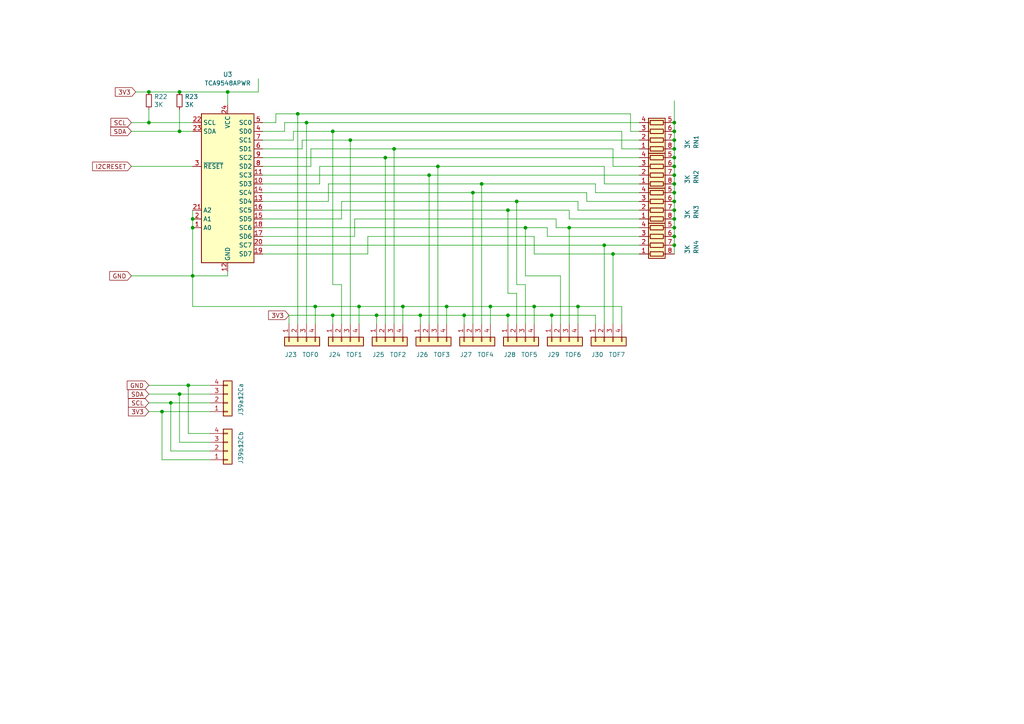
<source format=kicad_sch>
(kicad_sch (version 20250114) (generator "eeschema") (generator_version "9.0")
  (paper "A4")
  (title_block (title "Teensy Sensor Board") (date "2025-06-14") (rev "1") (company "Wimble Robotics"))
  (lib_symbols
    (symbol "TeensyMonitorV5-rescue:Conn_01x04-Connector_Generic" (pin_names (offset 1.016) (hide yes))
      (property "Reference" "J" (at 0 5.08 0))
      (property "Value" "Conn_01x04-Connector_Generic" (at 0 -7.62 0))
      (symbol "Conn_01x04-Connector_Generic_1_1"
        (rectangle (start -1.27 3.81) (end 1.27 -6.35) (stroke (width 0.254)) (fill (type background)))
        (rectangle (start -1.27 2.667) (end 0 2.413) (stroke (width 0.1524)))
        (rectangle (start -1.27 0.127) (end 0 -0.127) (stroke (width 0.1524)))
        (rectangle (start -1.27 -2.413) (end 0 -2.667) (stroke (width 0.1524)))
        (rectangle (start -1.27 -4.953) (end 0 -5.207) (stroke (width 0.1524)))
        (pin passive line (at -5.08 2.54 0) (length 3.81) (name "Pin_1") (number "1"))
        (pin passive line (at -5.08 0 0) (length 3.81) (name "Pin_2") (number "2"))
        (pin passive line (at -5.08 -2.54 0) (length 3.81) (name "Pin_3") (number "3"))
        (pin passive line (at -5.08 -5.08 0) (length 3.81) (name "Pin_4") (number "4"))
      )
    )
    (symbol "TeensyMonitorV5-rescue:R_Pack04-Device" (pin_names (offset 0) (hide yes))
      (property "Reference" "RN" (at -7.62 0 90))
      (property "Value" "R_Pack04-Device" (at 5.08 0 90))
      (symbol "R_Pack04-Device_0_1"
        (rectangle (start -6.35 -2.413) (end 3.81 2.413) (stroke (width 0.254)) (fill (type background)))
        (rectangle (start -5.715 1.905) (end -4.445 -1.905) (stroke (width 0.254)))
        (polyline (pts (xy -5.08 1.905) (xy -5.08 2.54)))
        (polyline (pts (xy -5.08 -2.54) (xy -5.08 -1.905)))
        (rectangle (start -3.175 1.905) (end -1.905 -1.905) (stroke (width 0.254)))
        (polyline (pts (xy -2.54 1.905) (xy -2.54 2.54)))
        (polyline (pts (xy -2.54 -2.54) (xy -2.54 -1.905)))
        (rectangle (start -0.635 1.905) (end 0.635 -1.905) (stroke (width 0.254)))
        (polyline (pts (xy 0 1.905) (xy 0 2.54)))
        (polyline (pts (xy 0 -2.54) (xy 0 -1.905)))
        (rectangle (start 1.905 1.905) (end 3.175 -1.905) (stroke (width 0.254)))
        (polyline (pts (xy 2.54 1.905) (xy 2.54 2.54)))
        (polyline (pts (xy 2.54 -2.54) (xy 2.54 -1.905)))
      )
      (symbol "R_Pack04-Device_1_1"
        (pin passive line (at -5.08 5.08 270) (length 2.54) (name "R1.2") (number "8"))
        (pin passive line (at -5.08 -5.08 90) (length 2.54) (name "R1.1") (number "1"))
        (pin passive line (at -2.54 5.08 270) (length 2.54) (name "R2.2") (number "7"))
        (pin passive line (at -2.54 -5.08 90) (length 2.54) (name "R2.1") (number "2"))
        (pin passive line (at 0 5.08 270) (length 2.54) (name "R3.2") (number "6"))
        (pin passive line (at 0 -5.08 90) (length 2.54) (name "R3.1") (number "3"))
        (pin passive line (at 2.54 5.08 270) (length 2.54) (name "R4.2") (number "5"))
        (pin passive line (at 2.54 -5.08 90) (length 2.54) (name "R4.1") (number "4"))
      )
    )
    (symbol "TeensyMonitorV5-rescue:R_Small-Device" (pin_numbers (hide yes)) (pin_names (offset 0.254) (hide yes))
      (property "Reference" "R" (at 0.762 0.508 0))
      (property "Value" "R_Small-Device" (at 0.762 -1.016 0))
      (symbol "R_Small-Device_0_1"
        (rectangle (start -0.762 1.778) (end 0.762 -1.778) (stroke (width 0.2032)))
      )
      (symbol "R_Small-Device_1_1"
        (pin passive line (at 0 2.54 270) (length 0.762) (name "~") (number "1"))
        (pin passive line (at 0 -2.54 90) (length 0.762) (name "~") (number "2"))
      )
    )
    (symbol "TeensyMonitorV5-rescue:TCA9548APWR-Interface_Expansion"
      (property "Reference" "U" (at -7.62 21.59 0))
      (property "Value" "TCA9548APWR-Interface_Expansion" (at 1.016 21.59 0))
      (symbol "TCA9548APWR-Interface_Expansion_0_1"
        (rectangle (start -7.62 20.32) (end 7.62 -22.86) (stroke (width 0.254)) (fill (type background)))
      )
      (symbol "TCA9548APWR-Interface_Expansion_1_1"
        (pin input line (at -10.16 17.78 0) (length 2.54) (name "SCL") (number "22"))
        (pin bidirectional line (at -10.16 15.24 0) (length 2.54) (name "SDA") (number "23"))
        (pin input line (at -10.16 5.08 0) (length 2.54) (name "~{RESET}") (number "3"))
        (pin input line (at -10.16 -7.62 0) (length 2.54) (name "A2") (number "21"))
        (pin input line (at -10.16 -10.16 0) (length 2.54) (name "A1") (number "2"))
        (pin input line (at -10.16 -12.7 0) (length 2.54) (name "A0") (number "1"))
        (pin power_in line (at 0 22.86 270) (length 2.54) (name "VCC") (number "24"))
        (pin power_in line (at 0 -25.4 90) (length 2.54) (name "GND") (number "12"))
        (pin output line (at 10.16 17.78 180) (length 2.54) (name "SC0") (number "5"))
        (pin bidirectional line (at 10.16 15.24 180) (length 2.54) (name "SD0") (number "4"))
        (pin output line (at 10.16 12.7 180) (length 2.54) (name "SC1") (number "7"))
        (pin bidirectional line (at 10.16 10.16 180) (length 2.54) (name "SD1") (number "6"))
        (pin output line (at 10.16 7.62 180) (length 2.54) (name "SC2") (number "9"))
        (pin bidirectional line (at 10.16 5.08 180) (length 2.54) (name "SD2") (number "8"))
        (pin output line (at 10.16 2.54 180) (length 2.54) (name "SC3") (number "11"))
        (pin bidirectional line (at 10.16 0 180) (length 2.54) (name "SD3") (number "10"))
        (pin output line (at 10.16 -2.54 180) (length 2.54) (name "SC4") (number "14"))
        (pin bidirectional line (at 10.16 -5.08 180) (length 2.54) (name "SD4") (number "13"))
        (pin output line (at 10.16 -7.62 180) (length 2.54) (name "SC5") (number "16"))
        (pin bidirectional line (at 10.16 -10.16 180) (length 2.54) (name "SD5") (number "15"))
        (pin output line (at 10.16 -12.7 180) (length 2.54) (name "SC6") (number "18"))
        (pin bidirectional line (at 10.16 -15.24 180) (length 2.54) (name "SD6") (number "17"))
        (pin output line (at 10.16 -17.78 180) (length 2.54) (name "SC7") (number "20"))
        (pin bidirectional line (at 10.16 -20.32 180) (length 2.54) (name "SD7") (number "19"))
      )
    )
  )
  (junction (at 195.58 40.64))
  (junction (at 195.58 45.72))
  (junction (at 52.07 26.67))
  (junction (at 175.26 71.12))
  (junction (at 96.52 91.44))
  (junction (at 195.58 38.1))
  (junction (at 88.9 35.56))
  (junction (at 152.4 66.04))
  (junction (at 195.58 55.88))
  (junction (at 101.6 40.64))
  (junction (at 114.3 43.18))
  (junction (at 195.58 53.34))
  (junction (at 55.88 63.5))
  (junction (at 167.64 88.9))
  (junction (at 165.1 66.04))
  (junction (at 49.53 116.84))
  (junction (at 195.58 48.26))
  (junction (at 96.52 38.1))
  (junction (at 142.24 88.9))
  (junction (at 43.18 35.56))
  (junction (at 116.84 88.9))
  (junction (at 137.16 55.88))
  (junction (at 43.18 26.67))
  (junction (at 46.99 119.38))
  (junction (at 124.46 50.8))
  (junction (at 160.02 91.44))
  (junction (at 52.07 38.1))
  (junction (at 195.58 43.18))
  (junction (at 134.62 91.44))
  (junction (at 195.58 71.12))
  (junction (at 195.58 60.96))
  (junction (at 86.36 33.02))
  (junction (at 195.58 58.42))
  (junction (at 129.54 88.9))
  (junction (at 121.92 91.44))
  (junction (at 109.22 91.44))
  (junction (at 91.44 88.9))
  (junction (at 149.86 58.42))
  (junction (at 195.58 63.5))
  (junction (at 52.07 114.3))
  (junction (at 177.8 73.66))
  (junction (at 104.14 88.9))
  (junction (at 195.58 50.8))
  (junction (at 195.58 35.56))
  (junction (at 55.88 66.04))
  (junction (at 66.04 26.67))
  (junction (at 147.32 60.96))
  (junction (at 111.76 45.72))
  (junction (at 154.94 88.9))
  (junction (at 195.58 68.58))
  (junction (at 195.58 66.04))
  (junction (at 55.88 80.01))
  (junction (at 139.7 53.34))
  (junction (at 54.61 111.76))
  (junction (at 147.32 91.44))
  (junction (at 127 48.26))
  (wire (pts (xy 43.18 35.56) (xy 55.88 35.56)))
  (wire (pts (xy 92.71 48.26) (xy 127 48.26)))
  (wire (pts (xy 80.01 35.56) (xy 80.01 33.02)))
  (wire (pts (xy 185.42 58.42) (xy 170.18 58.42)))
  (wire (pts (xy 116.84 88.9) (xy 129.54 88.9)))
  (wire (pts (xy 165.1 63.5) (xy 165.1 60.96)))
  (wire (pts (xy 149.86 93.98) (xy 149.86 85.09)))
  (wire (pts (xy 172.72 91.44) (xy 160.02 91.44)))
  (wire (pts (xy 127 48.26) (xy 175.26 48.26)))
  (wire (pts (xy 165.1 66.04) (xy 185.42 66.04)))
  (wire (pts (xy 195.58 63.5) (xy 195.58 60.96)))
  (wire (pts (xy 149.86 82.55) (xy 149.86 58.42)))
  (wire (pts (xy 121.92 93.98) (xy 121.92 91.44)))
  (wire (pts (xy 124.46 50.8) (xy 76.2 50.8)))
  (wire (pts (xy 160.02 93.98) (xy 160.02 91.44)))
  (wire (pts (xy 55.88 88.9) (xy 91.44 88.9)))
  (wire (pts (xy 195.58 55.88) (xy 195.58 53.34)))
  (wire (pts (xy 142.24 88.9) (xy 154.94 88.9)))
  (wire (pts (xy 95.25 53.34) (xy 139.7 53.34)))
  (wire (pts (xy 76.2 68.58) (xy 102.87 68.58)))
  (wire (pts (xy 109.22 91.44) (xy 96.52 91.44)))
  (wire (pts (xy 158.75 66.04) (xy 152.4 66.04)))
  (wire (pts (xy 104.14 88.9) (xy 116.84 88.9)))
  (wire (pts (xy 52.07 114.3) (xy 43.18 114.3)))
  (wire (pts (xy 170.18 58.42) (xy 170.18 55.88)))
  (wire (pts (xy 86.36 93.98) (xy 86.36 33.02)))
  (wire (pts (xy 85.09 38.1) (xy 96.52 38.1)))
  (wire (pts (xy 95.25 58.42) (xy 95.25 53.34)))
  (wire (pts (xy 99.06 82.55) (xy 96.52 82.55)))
  (wire (pts (xy 99.06 63.5) (xy 99.06 58.42)))
  (wire (pts (xy 60.96 114.3) (xy 52.07 114.3)))
  (wire (pts (xy 101.6 40.64) (xy 101.6 93.98)))
  (wire (pts (xy 175.26 48.26) (xy 175.26 53.34)))
  (wire (pts (xy 87.63 40.64) (xy 101.6 40.64)))
  (wire (pts (xy 85.09 40.64) (xy 85.09 38.1)))
  (wire (pts (xy 162.56 93.98) (xy 162.56 80.01)))
  (wire (pts (xy 52.07 114.3) (xy 52.07 128.27)))
  (wire (pts (xy 38.1 48.26) (xy 55.88 48.26)))
  (wire (pts (xy 177.8 48.26) (xy 185.42 48.26)))
  (wire (pts (xy 185.42 68.58) (xy 158.75 68.58)))
  (wire (pts (xy 38.1 35.56) (xy 43.18 35.56)))
  (wire (pts (xy 175.26 93.98) (xy 175.26 71.12)))
  (wire (pts (xy 90.17 43.18) (xy 114.3 43.18)))
  (wire (pts (xy 137.16 55.88) (xy 76.2 55.88)))
  (wire (pts (xy 167.64 93.98) (xy 167.64 88.9)))
  (wire (pts (xy 55.88 88.9) (xy 55.88 80.01)))
  (wire (pts (xy 185.42 63.5) (xy 165.1 63.5)))
  (wire (pts (xy 172.72 53.34) (xy 172.72 55.88)))
  (wire (pts (xy 172.72 93.98) (xy 172.72 91.44)))
  (wire (pts (xy 76.2 43.18) (xy 87.63 43.18)))
  (wire (pts (xy 76.2 48.26) (xy 90.17 48.26)))
  (wire (pts (xy 195.58 38.1) (xy 195.58 35.56)))
  (wire (pts (xy 180.34 38.1) (xy 180.34 43.18)))
  (wire (pts (xy 92.71 53.34) (xy 92.71 48.26)))
  (wire (pts (xy 111.76 45.72) (xy 185.42 45.72)))
  (wire (pts (xy 54.61 125.73) (xy 60.96 125.73)))
  (wire (pts (xy 96.52 38.1) (xy 180.34 38.1)))
  (wire (pts (xy 76.2 40.64) (xy 85.09 40.64)))
  (wire (pts (xy 152.4 66.04) (xy 76.2 66.04)))
  (wire (pts (xy 76.2 63.5) (xy 99.06 63.5)))
  (wire (pts (xy 154.94 88.9) (xy 167.64 88.9)))
  (wire (pts (xy 104.14 93.98) (xy 104.14 88.9)))
  (wire (pts (xy 195.58 48.26) (xy 195.58 45.72)))
  (wire (pts (xy 161.29 66.04) (xy 165.1 66.04)))
  (wire (pts (xy 55.88 63.5) (xy 55.88 60.96)))
  (wire (pts (xy 60.96 116.84) (xy 49.53 116.84)))
  (wire (pts (xy 82.55 38.1) (xy 82.55 35.56)))
  (wire (pts (xy 101.6 40.64) (xy 185.42 40.64)))
  (wire (pts (xy 88.9 93.98) (xy 88.9 35.56)))
  (wire (pts (xy 91.44 88.9) (xy 104.14 88.9)))
  (wire (pts (xy 46.99 133.35) (xy 60.96 133.35)))
  (wire (pts (xy 88.9 35.56) (xy 185.42 35.56)))
  (wire (pts (xy 152.4 80.01) (xy 152.4 66.04)))
  (wire (pts (xy 86.36 33.02) (xy 182.88 33.02)))
  (wire (pts (xy 149.86 85.09) (xy 147.32 85.09)))
  (wire (pts (xy 66.04 26.67) (xy 66.04 30.48)))
  (wire (pts (xy 182.88 33.02) (xy 182.88 38.1)))
  (wire (pts (xy 139.7 53.34) (xy 172.72 53.34)))
  (wire (pts (xy 52.07 26.67) (xy 66.04 26.67)))
  (wire (pts (xy 91.44 93.98) (xy 91.44 88.9)))
  (wire (pts (xy 74.93 26.67) (xy 66.04 26.67)))
  (wire (pts (xy 52.07 128.27) (xy 60.96 128.27)))
  (wire (pts (xy 147.32 85.09) (xy 147.32 60.96)))
  (wire (pts (xy 80.01 33.02) (xy 86.36 33.02)))
  (wire (pts (xy 165.1 93.98) (xy 165.1 66.04)))
  (wire (pts (xy 38.1 80.01) (xy 55.88 80.01)))
  (wire (pts (xy 160.02 91.44) (xy 147.32 91.44)))
  (wire (pts (xy 76.2 73.66) (xy 106.68 73.66)))
  (wire (pts (xy 177.8 43.18) (xy 177.8 48.26)))
  (wire (pts (xy 49.53 116.84) (xy 49.53 130.81)))
  (wire (pts (xy 52.07 38.1) (xy 55.88 38.1)))
  (wire (pts (xy 195.58 35.56) (xy 195.58 29.21)))
  (wire (pts (xy 49.53 130.81) (xy 60.96 130.81)))
  (wire (pts (xy 180.34 88.9) (xy 180.34 93.98)))
  (wire (pts (xy 96.52 91.44) (xy 83.82 91.44)))
  (wire (pts (xy 87.63 43.18) (xy 87.63 40.64)))
  (wire (pts (xy 74.93 22.86) (xy 74.93 26.67)))
  (wire (pts (xy 55.88 80.01) (xy 66.04 80.01)))
  (wire (pts (xy 195.58 68.58) (xy 195.58 66.04)))
  (wire (pts (xy 116.84 93.98) (xy 116.84 88.9)))
  (wire (pts (xy 76.2 38.1) (xy 82.55 38.1)))
  (wire (pts (xy 127 93.98) (xy 127 48.26)))
  (wire (pts (xy 147.32 93.98) (xy 147.32 91.44)))
  (wire (pts (xy 165.1 60.96) (xy 147.32 60.96)))
  (wire (pts (xy 195.58 53.34) (xy 195.58 50.8)))
  (wire (pts (xy 195.58 45.72) (xy 195.58 43.18)))
  (wire (pts (xy 121.92 91.44) (xy 109.22 91.44)))
  (wire (pts (xy 43.18 26.67) (xy 52.07 26.67)))
  (wire (pts (xy 162.56 80.01) (xy 152.4 80.01)))
  (wire (pts (xy 129.54 88.9) (xy 142.24 88.9)))
  (wire (pts (xy 185.42 71.12) (xy 175.26 71.12)))
  (wire (pts (xy 134.62 93.98) (xy 134.62 91.44)))
  (wire (pts (xy 185.42 50.8) (xy 124.46 50.8)))
  (wire (pts (xy 66.04 80.01) (xy 66.04 78.74)))
  (wire (pts (xy 152.4 82.55) (xy 149.86 82.55)))
  (wire (pts (xy 46.99 119.38) (xy 46.99 133.35)))
  (wire (pts (xy 102.87 68.58) (xy 102.87 63.5)))
  (wire (pts (xy 55.88 66.04) (xy 55.88 63.5)))
  (wire (pts (xy 170.18 55.88) (xy 137.16 55.88)))
  (wire (pts (xy 147.32 60.96) (xy 76.2 60.96)))
  (wire (pts (xy 60.96 119.38) (xy 46.99 119.38)))
  (wire (pts (xy 111.76 45.72) (xy 111.76 93.98)))
  (wire (pts (xy 195.58 58.42) (xy 195.58 55.88)))
  (wire (pts (xy 96.52 93.98) (xy 96.52 91.44)))
  (wire (pts (xy 195.58 73.66) (xy 195.58 71.12)))
  (wire (pts (xy 43.18 119.38) (xy 46.99 119.38)))
  (wire (pts (xy 82.55 35.56) (xy 88.9 35.56)))
  (wire (pts (xy 195.58 60.96) (xy 195.58 58.42)))
  (wire (pts (xy 76.2 58.42) (xy 95.25 58.42)))
  (wire (pts (xy 49.53 116.84) (xy 43.18 116.84)))
  (wire (pts (xy 195.58 66.04) (xy 195.58 63.5)))
  (wire (pts (xy 154.94 73.66) (xy 177.8 73.66)))
  (wire (pts (xy 175.26 71.12) (xy 76.2 71.12)))
  (wire (pts (xy 195.58 40.64) (xy 195.58 38.1)))
  (wire (pts (xy 99.06 58.42) (xy 149.86 58.42)))
  (wire (pts (xy 109.22 93.98) (xy 109.22 91.44)))
  (wire (pts (xy 96.52 82.55) (xy 96.52 38.1)))
  (wire (pts (xy 60.96 111.76) (xy 54.61 111.76)))
  (wire (pts (xy 154.94 68.58) (xy 154.94 73.66)))
  (wire (pts (xy 83.82 91.44) (xy 83.82 93.98)))
  (wire (pts (xy 177.8 93.98) (xy 177.8 73.66)))
  (wire (pts (xy 195.58 43.18) (xy 195.58 40.64)))
  (wire (pts (xy 114.3 43.18) (xy 114.3 93.98)))
  (wire (pts (xy 76.2 35.56) (xy 80.01 35.56)))
  (wire (pts (xy 175.26 53.34) (xy 185.42 53.34)))
  (wire (pts (xy 114.3 43.18) (xy 177.8 43.18)))
  (wire (pts (xy 142.24 93.98) (xy 142.24 88.9)))
  (wire (pts (xy 167.64 58.42) (xy 167.64 60.96)))
  (wire (pts (xy 177.8 73.66) (xy 185.42 73.66)))
  (wire (pts (xy 161.29 63.5) (xy 161.29 66.04)))
  (wire (pts (xy 43.18 31.75) (xy 43.18 35.56)))
  (wire (pts (xy 76.2 53.34) (xy 92.71 53.34)))
  (wire (pts (xy 38.1 38.1) (xy 52.07 38.1)))
  (wire (pts (xy 106.68 68.58) (xy 154.94 68.58)))
  (wire (pts (xy 129.54 93.98) (xy 129.54 88.9)))
  (wire (pts (xy 124.46 50.8) (xy 124.46 93.98)))
  (wire (pts (xy 195.58 50.8) (xy 195.58 48.26)))
  (wire (pts (xy 182.88 38.1) (xy 185.42 38.1)))
  (wire (pts (xy 167.64 88.9) (xy 180.34 88.9)))
  (wire (pts (xy 54.61 111.76) (xy 54.61 125.73)))
  (wire (pts (xy 180.34 43.18) (xy 185.42 43.18)))
  (wire (pts (xy 39.37 26.67) (xy 43.18 26.67)))
  (wire (pts (xy 195.58 71.12) (xy 195.58 68.58)))
  (wire (pts (xy 52.07 31.75) (xy 52.07 38.1)))
  (wire (pts (xy 139.7 93.98) (xy 139.7 53.34)))
  (wire (pts (xy 147.32 91.44) (xy 134.62 91.44)))
  (wire (pts (xy 137.16 93.98) (xy 137.16 55.88)))
  (wire (pts (xy 172.72 55.88) (xy 185.42 55.88)))
  (wire (pts (xy 158.75 68.58) (xy 158.75 66.04)))
  (wire (pts (xy 90.17 48.26) (xy 90.17 43.18)))
  (wire (pts (xy 76.2 45.72) (xy 111.76 45.72)))
  (wire (pts (xy 99.06 82.55) (xy 99.06 93.98)))
  (wire (pts (xy 154.94 93.98) (xy 154.94 88.9)))
  (wire (pts (xy 55.88 66.04) (xy 55.88 80.01)))
  (wire (pts (xy 106.68 73.66) (xy 106.68 68.58)))
  (wire (pts (xy 167.64 60.96) (xy 185.42 60.96)))
  (wire (pts (xy 134.62 91.44) (xy 121.92 91.44)))
  (wire (pts (xy 152.4 93.98) (xy 152.4 82.55)))
  (wire (pts (xy 43.18 111.76) (xy 54.61 111.76)))
  (wire (pts (xy 149.86 58.42) (xy 167.64 58.42)))
  (wire (pts (xy 102.87 63.5) (xy 161.29 63.5)))
  (global_label "SDA" (shape input) (at 38.1 38.1 180) (property "Intersheetrefs" "${INTERSHEET_REFS}" (effects (hide yes))))
  (global_label "3V3" (shape input) (at 83.82 91.44 180) (property "Intersheetrefs" "${INTERSHEET_REFS}" (effects (hide yes))))
  (global_label "3V3" (shape input) (at 39.37 26.67 180) (property "Intersheetrefs" "${INTERSHEET_REFS}" (effects (hide yes))))
  (global_label "GND" (shape input) (at 43.18 111.76 180) (property "Intersheetrefs" "${INTERSHEET_REFS}" (effects (hide yes))))
  (global_label "3V3" (shape input) (at 43.18 119.38 180) (property "Intersheetrefs" "${INTERSHEET_REFS}" (effects (hide yes))))
  (global_label "GND" (shape input) (at 38.1 80.01 180) (property "Intersheetrefs" "${INTERSHEET_REFS}" (effects (hide yes))))
  (global_label "I2CRESET" (shape input) (at 38.1 48.26 180) (property "Intersheetrefs" "${INTERSHEET_REFS}" (effects (hide yes))))
  (global_label "SCL" (shape input) (at 38.1 35.56 180) (property "Intersheetrefs" "${INTERSHEET_REFS}" (effects (hide yes))))
  (global_label "SCL" (shape input) (at 43.18 116.84 180) (property "Intersheetrefs" "${INTERSHEET_REFS}" (effects (hide yes))))
  (global_label "SDA" (shape input) (at 43.18 114.3 180) (property "Intersheetrefs" "${INTERSHEET_REFS}" (effects (hide yes))))
  (symbol (lib_id "TeensyMonitorV5-rescue:Conn_01x04-Connector_Generic") (at 86.36 99.06 90) (mirror x) (unit 1)
    (property "Reference" "J23" (at 82.55 102.87 90) (effects (justify right)))
    (property "Value" "TOF0" (at 87.63 102.87 90) (effects (justify right)))
    (property "Footprint" "Connector_Molex:533750410" (effects (hide yes)))
  )
  (symbol (lib_id "TeensyMonitorV5-rescue:Conn_01x04-Connector_Generic") (at 99.06 99.06 90) (mirror x) (unit 1)
    (property "Reference" "J24" (at 95.25 102.87 90) (effects (justify right)))
    (property "Value" "TOF1" (at 100.33 102.87 90) (effects (justify right)))
    (property "Footprint" "Connector_Molex:533750410" (effects (hide yes)))
  )
  (symbol (lib_id "TeensyMonitorV5-rescue:Conn_01x04-Connector_Generic") (at 111.76 99.06 90) (mirror x) (unit 1)
    (property "Reference" "J25" (at 107.95 102.87 90) (effects (justify right)))
    (property "Value" "TOF2" (at 113.03 102.87 90) (effects (justify right)))
    (property "Footprint" "Connector_Molex:533750410" (effects (hide yes)))
  )
  (symbol (lib_id "TeensyMonitorV5-rescue:Conn_01x04-Connector_Generic") (at 124.46 99.06 90) (mirror x) (unit 1)
    (property "Reference" "J26" (at 120.65 102.87 90) (effects (justify right)))
    (property "Value" "TOF3" (at 125.73 102.87 90) (effects (justify right)))
    (property "Footprint" "Connector_Molex:533750410" (effects (hide yes)))
  )
  (symbol (lib_id "TeensyMonitorV5-rescue:Conn_01x04-Connector_Generic") (at 137.16 99.06 90) (mirror x) (unit 1)
    (property "Reference" "J27" (at 133.35 102.87 90) (effects (justify right)))
    (property "Value" "TOF4" (at 138.43 102.87 90) (effects (justify right)))
    (property "Footprint" "Connector_Molex:533750410" (effects (hide yes)))
  )
  (symbol (lib_id "TeensyMonitorV5-rescue:Conn_01x04-Connector_Generic") (at 149.86 99.06 90) (mirror x) (unit 1)
    (property "Reference" "J28" (at 146.05 102.87 90) (effects (justify right)))
    (property "Value" "TOF5" (at 151.13 102.87 90) (effects (justify right)))
    (property "Footprint" "Connector_Molex:533750410" (effects (hide yes)))
  )
  (symbol (lib_id "TeensyMonitorV5-rescue:Conn_01x04-Connector_Generic") (at 162.56 99.06 90) (mirror x) (unit 1)
    (property "Reference" "J29" (at 158.75 102.87 90) (effects (justify right)))
    (property "Value" "TOF6" (at 163.83 102.87 90) (effects (justify right)))
    (property "Footprint" "Connector_Molex:533750410" (effects (hide yes)))
  )
  (symbol (lib_id "TeensyMonitorV5-rescue:Conn_01x04-Connector_Generic") (at 175.26 99.06 90) (mirror x) (unit 1)
    (property "Reference" "J30" (at 171.45 102.87 90) (effects (justify right)))
    (property "Value" "TOF7" (at 176.53 102.87 90) (effects (justify right)))
    (property "Footprint" "Connector_Molex:533750410" (effects (hide yes)))
  )
  (symbol (lib_id "TeensyMonitorV5-rescue:TCA9548APWR-Interface_Expansion") (at 66.04 53.34 0) (unit 1)
    (property "Reference" "U3" (at 66.04 21.59 0))
    (property "Value" "TCA9548APWR" (at 66.04 24.13 0))
    (property "Footprint" "Package_SO:TSSOP-24_4.4x7.8mm_P0.65mm" (effects (hide yes)))
    (property "Datasheet" "http://www.ti.com/lit/ds/symlink/tca9548a.pdf" (effects (hide yes)))
    (property "LCSC" "TCA9548APWR" (effects (hide yes)))
  )
  (symbol (lib_id "TeensyMonitorV5-rescue:R_Pack04-Device") (at 190.5 38.1 270) (mirror x) (unit 1)
    (property "Reference" "RN1" (at 201.93 43.18 0) (effects (justify left)))
    (property "Value" "3K" (at 199.39 43.18 0) (effects (justify left)))
    (property "Footprint" "Resistor_SMD:R_Array_Convex_4x0603" (effects (hide yes)))
    (property "LCSC" "RC-ML08W302JT" (effects (hide yes)))
  )
  (symbol (lib_id "TeensyMonitorV5-rescue:R_Small-Device") (at 43.18 29.21 0) (unit 1)
    (property "Reference" "R22" (at 44.6786 28.0416 0) (effects (justify left)))
    (property "Value" "3K" (at 44.6786 30.353 0) (effects (justify left)))
    (property "Footprint" "Resistor_SMD:R_0603_1608Metric" (effects (hide yes)))
    (property "LCSC" "0603WAF3001T5E" (effects (hide yes)))
  )
  (symbol (lib_id "TeensyMonitorV5-rescue:R_Small-Device") (at 52.07 29.21 0) (unit 1)
    (property "Reference" "R23" (at 53.5686 28.0416 0) (effects (justify left)))
    (property "Value" "3K" (at 53.5686 30.353 0) (effects (justify left)))
    (property "Footprint" "Resistor_SMD:R_0603_1608Metric" (effects (hide yes)))
    (property "LCSC" "0603WAF3001T5E" (effects (hide yes)))
  )
  (symbol (lib_id "TeensyMonitorV5-rescue:R_Pack04-Device") (at 190.5 48.26 270) (mirror x) (unit 1)
    (property "Reference" "RN2" (at 201.93 53.34 0) (effects (justify left)))
    (property "Value" "3K" (at 199.39 53.34 0) (effects (justify left)))
    (property "Footprint" "Resistor_SMD:R_Array_Convex_4x0603" (effects (hide yes)))
    (property "LCSC" "RC-ML08W302JT" (effects (hide yes)))
  )
  (symbol (lib_id "TeensyMonitorV5-rescue:R_Pack04-Device") (at 190.5 58.42 270) (mirror x) (unit 1)
    (property "Reference" "RN3" (at 201.93 63.5 0) (effects (justify left)))
    (property "Value" "3K" (at 199.39 63.5 0) (effects (justify left)))
    (property "Footprint" "Resistor_SMD:R_Array_Convex_4x0603" (effects (hide yes)))
    (property "LCSC" "RC-ML08W302JT" (effects (hide yes)))
  )
  (symbol (lib_id "TeensyMonitorV5-rescue:R_Pack04-Device") (at 190.5 68.58 270) (mirror x) (unit 1)
    (property "Reference" "RN4" (at 201.93 73.66 0) (effects (justify left)))
    (property "Value" "3K" (at 199.39 73.66 0) (effects (justify left)))
    (property "Footprint" "Resistor_SMD:R_Array_Convex_4x0603" (effects (hide yes)))
    (property "LCSC" "RC-ML08W302JT" (effects (hide yes)))
  )
  (symbol (lib_id "TeensyMonitorV5-rescue:Conn_01x04-Connector_Generic") (at 66.04 116.84 0) (mirror x) (unit 1)
    (property "Reference" "J39a1" (at 69.85 120.65 90) (effects (justify right)))
    (property "Value" "I2Ca" (at 69.85 115.57 90) (effects (justify right)))
    (property "Footprint" "Connector_Molex:533750410" (effects (hide yes)))
  )
  (symbol (lib_id "TeensyMonitorV5-rescue:Conn_01x04-Connector_Generic") (at 66.04 130.81 0) (mirror x) (unit 1)
    (property "Reference" "J39b1" (at 69.85 134.62 90) (effects (justify right)))
    (property "Value" "I2Cb" (at 69.85 129.54 90) (effects (justify right)))
    (property "Footprint" "Connector_Molex:533750410" (effects (hide yes)))
  )
)
</source>
